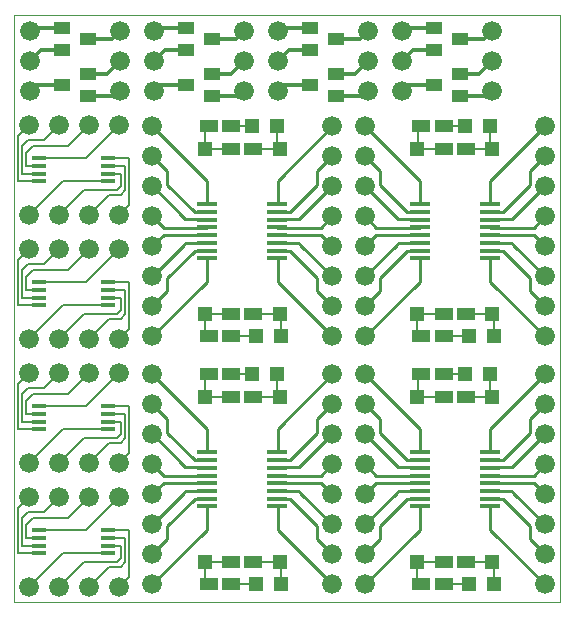
<source format=gbl>
G75*
G70*
%OFA0B0*%
%FSLAX24Y24*%
%IPPOS*%
%LPD*%
%AMOC8*
5,1,8,0,0,1.08239X$1,22.5*
%
%ADD10C,0.0000*%
%ADD11C,0.0660*%
%ADD12R,0.0551X0.0394*%
%ADD13R,0.0472X0.0138*%
%ADD14R,0.0701X0.0165*%
%ADD15R,0.0591X0.0394*%
%ADD16R,0.0472X0.0472*%
%ADD17C,0.0120*%
%ADD18C,0.0070*%
%ADD19C,0.0100*%
%ADD20C,0.0080*%
D10*
X000141Y000101D02*
X000141Y019687D01*
X018350Y019687D01*
X018350Y000101D01*
X000141Y000101D01*
D11*
X000641Y000601D03*
X001641Y000601D03*
X002641Y000601D03*
X003641Y000601D03*
X004763Y000699D03*
X004763Y001699D03*
X004763Y002699D03*
X004763Y003699D03*
X004763Y004699D03*
X004763Y005699D03*
X004763Y006699D03*
X004763Y007699D03*
X003641Y007735D03*
X002641Y007735D03*
X002641Y008869D03*
X003641Y008869D03*
X004763Y008967D03*
X004763Y009967D03*
X004763Y010967D03*
X004763Y011967D03*
X004763Y012967D03*
X004763Y013967D03*
X004763Y014967D03*
X004763Y015967D03*
X003641Y016002D03*
X002641Y016002D03*
X001641Y016002D03*
X000641Y016002D03*
X000677Y017136D03*
X000677Y018136D03*
X000677Y019136D03*
X003677Y019136D03*
X003677Y018136D03*
X003677Y017136D03*
X004810Y017136D03*
X004810Y018136D03*
X004810Y019136D03*
X007810Y019136D03*
X007810Y018136D03*
X007810Y017136D03*
X008944Y017136D03*
X008944Y018136D03*
X008944Y019136D03*
X011944Y019136D03*
X011944Y018136D03*
X011944Y017136D03*
X013078Y017136D03*
X013078Y018136D03*
X013078Y019136D03*
X011850Y015967D03*
X011850Y014967D03*
X011850Y013967D03*
X011850Y012967D03*
X011850Y011967D03*
X011850Y010967D03*
X011850Y009967D03*
X011850Y008967D03*
X010763Y008967D03*
X010763Y009967D03*
X010763Y010967D03*
X010763Y011967D03*
X010763Y012967D03*
X010763Y013967D03*
X010763Y014967D03*
X010763Y015967D03*
X016078Y017136D03*
X016078Y018136D03*
X016078Y019136D03*
X017850Y015967D03*
X017850Y014967D03*
X017850Y013967D03*
X017850Y012967D03*
X017850Y011967D03*
X017850Y010967D03*
X017850Y009967D03*
X017850Y008967D03*
X017850Y007699D03*
X017850Y006699D03*
X017850Y005699D03*
X017850Y004699D03*
X017850Y003699D03*
X017850Y002699D03*
X017850Y001699D03*
X017850Y000699D03*
X011850Y000699D03*
X011850Y001699D03*
X011850Y002699D03*
X011850Y003699D03*
X011850Y004699D03*
X011850Y005699D03*
X011850Y006699D03*
X011850Y007699D03*
X010763Y007699D03*
X010763Y006699D03*
X010763Y005699D03*
X010763Y004699D03*
X010763Y003699D03*
X010763Y002699D03*
X010763Y001699D03*
X010763Y000699D03*
X003641Y003601D03*
X002641Y003601D03*
X002641Y004735D03*
X003641Y004735D03*
X001641Y004735D03*
X000641Y004735D03*
X000641Y003601D03*
X001641Y003601D03*
X001641Y007735D03*
X000641Y007735D03*
X000641Y008869D03*
X001641Y008869D03*
X001641Y011869D03*
X000641Y011869D03*
X000641Y013002D03*
X001641Y013002D03*
X002641Y013002D03*
X003641Y013002D03*
X003641Y011869D03*
X002641Y011869D03*
D12*
X002610Y016962D03*
X002610Y017710D03*
X001743Y017336D03*
X001743Y018512D03*
X001743Y019260D03*
X002610Y018886D03*
X005877Y018512D03*
X005877Y019260D03*
X006743Y018886D03*
X006743Y017710D03*
X006743Y016962D03*
X005877Y017336D03*
X010011Y017336D03*
X010877Y016962D03*
X010877Y017710D03*
X010011Y018512D03*
X010011Y019260D03*
X010877Y018886D03*
X014145Y018512D03*
X014145Y019260D03*
X015011Y018886D03*
X015011Y017710D03*
X015011Y016962D03*
X014145Y017336D03*
D13*
X003293Y014906D03*
X003293Y014650D03*
X003293Y014394D03*
X003293Y014139D03*
X000990Y014139D03*
X000990Y014394D03*
X000990Y014650D03*
X000990Y014906D03*
X000990Y010772D03*
X000990Y010516D03*
X000990Y010261D03*
X000990Y010005D03*
X003293Y010005D03*
X003293Y010261D03*
X003293Y010516D03*
X003293Y010772D03*
X003293Y006639D03*
X003293Y006383D03*
X003293Y006127D03*
X003293Y005871D03*
X000990Y005871D03*
X000990Y006127D03*
X000990Y006383D03*
X000990Y006639D03*
X000990Y002505D03*
X000990Y002249D03*
X000990Y001993D03*
X000990Y001737D03*
X003293Y001737D03*
X003293Y001993D03*
X003293Y002249D03*
X003293Y002505D03*
D14*
X006594Y003304D03*
X006594Y003559D03*
X006594Y003815D03*
X006594Y004071D03*
X006594Y004327D03*
X006594Y004583D03*
X006594Y004839D03*
X006594Y005095D03*
X008932Y005095D03*
X008932Y004839D03*
X008932Y004583D03*
X008932Y004327D03*
X008932Y004071D03*
X008932Y003815D03*
X008932Y003559D03*
X008932Y003304D03*
X013680Y003304D03*
X013680Y003559D03*
X013680Y003815D03*
X013680Y004071D03*
X013680Y004327D03*
X013680Y004583D03*
X013680Y004839D03*
X013680Y005095D03*
X016019Y005095D03*
X016019Y004839D03*
X016019Y004583D03*
X016019Y004327D03*
X016019Y004071D03*
X016019Y003815D03*
X016019Y003559D03*
X016019Y003304D03*
X016019Y011571D03*
X016019Y011827D03*
X016019Y012083D03*
X016019Y012339D03*
X016019Y012595D03*
X016019Y012851D03*
X016019Y013107D03*
X016019Y013363D03*
X013680Y013363D03*
X013680Y013107D03*
X013680Y012851D03*
X013680Y012595D03*
X013680Y012339D03*
X013680Y012083D03*
X013680Y011827D03*
X013680Y011571D03*
X008932Y011571D03*
X008932Y011827D03*
X008932Y012083D03*
X008932Y012339D03*
X008932Y012595D03*
X008932Y012851D03*
X008932Y013107D03*
X008932Y013363D03*
X006594Y013363D03*
X006594Y013107D03*
X006594Y012851D03*
X006594Y012595D03*
X006594Y012339D03*
X006594Y012083D03*
X006594Y011827D03*
X006594Y011571D03*
D15*
X007393Y009717D03*
X008133Y009717D03*
X007383Y008967D03*
X006643Y008967D03*
X006643Y007699D03*
X007383Y007699D03*
X007393Y006949D03*
X008133Y006949D03*
X008133Y001449D03*
X007393Y001449D03*
X007383Y000699D03*
X006643Y000699D03*
X013730Y000699D03*
X014470Y000699D03*
X014480Y001449D03*
X015220Y001449D03*
X015220Y006949D03*
X014480Y006949D03*
X014470Y007699D03*
X013730Y007699D03*
X013730Y008967D03*
X014470Y008967D03*
X014480Y009717D03*
X015220Y009717D03*
X015220Y015217D03*
X014480Y015217D03*
X014470Y015967D03*
X013730Y015967D03*
X008133Y015217D03*
X007393Y015217D03*
X007383Y015967D03*
X006643Y015967D03*
D16*
X006513Y015217D03*
X008100Y015967D03*
X008927Y015967D03*
X009013Y015217D03*
X013600Y015217D03*
X015186Y015967D03*
X016013Y015967D03*
X016100Y015217D03*
X016100Y009717D03*
X016138Y008967D03*
X015311Y008967D03*
X015186Y007699D03*
X016013Y007699D03*
X016100Y006949D03*
X013600Y006949D03*
X013600Y009717D03*
X009052Y008967D03*
X009013Y009717D03*
X008225Y008967D03*
X008100Y007699D03*
X008927Y007699D03*
X009013Y006949D03*
X006513Y006949D03*
X006513Y009717D03*
X006513Y001449D03*
X008225Y000699D03*
X009013Y001449D03*
X009052Y000699D03*
X013600Y001449D03*
X015311Y000699D03*
X016138Y000699D03*
X016100Y001449D03*
D17*
X015908Y016966D02*
X015018Y016966D01*
X015011Y016962D01*
X015011Y017710D02*
X015018Y017716D01*
X015658Y017716D01*
X016078Y018136D01*
X015828Y018886D02*
X016078Y019136D01*
X015828Y018886D02*
X015018Y018886D01*
X015011Y018886D01*
X014145Y018512D02*
X014138Y018506D01*
X013448Y018506D01*
X013078Y018136D01*
X013278Y017336D02*
X013078Y017136D01*
X013278Y017336D02*
X014138Y017336D01*
X014145Y017336D01*
X013078Y019136D02*
X013198Y019256D01*
X014138Y019256D01*
X014145Y019260D01*
X016078Y017136D02*
X015908Y016966D01*
X011944Y017136D02*
X011774Y016966D01*
X010884Y016966D01*
X010877Y016962D01*
X010877Y017710D02*
X010884Y017716D01*
X011524Y017716D01*
X011944Y018136D01*
X011694Y018886D02*
X011944Y019136D01*
X011694Y018886D02*
X010884Y018886D01*
X010877Y018886D01*
X010011Y018512D02*
X010004Y018506D01*
X009314Y018506D01*
X008944Y018136D01*
X009144Y017336D02*
X008944Y017136D01*
X009144Y017336D02*
X010004Y017336D01*
X010011Y017336D01*
X008944Y019136D02*
X009064Y019256D01*
X010004Y019256D01*
X010011Y019260D01*
X007810Y019136D02*
X007560Y018886D01*
X006750Y018886D01*
X006743Y018886D01*
X005877Y018512D02*
X005870Y018506D01*
X005180Y018506D01*
X004810Y018136D01*
X005010Y017336D02*
X004810Y017136D01*
X005010Y017336D02*
X005870Y017336D01*
X005877Y017336D01*
X006743Y016962D02*
X006750Y016966D01*
X007640Y016966D01*
X007810Y017136D01*
X007390Y017716D02*
X007810Y018136D01*
X007390Y017716D02*
X006750Y017716D01*
X006743Y017710D01*
X005870Y019256D02*
X005877Y019260D01*
X005870Y019256D02*
X004930Y019256D01*
X004810Y019136D01*
X003677Y019136D02*
X003427Y018886D01*
X002617Y018886D01*
X002610Y018886D01*
X001743Y018512D02*
X001737Y018506D01*
X001047Y018506D01*
X000677Y018136D01*
X000877Y017336D02*
X000677Y017136D01*
X000877Y017336D02*
X001737Y017336D01*
X001743Y017336D01*
X002610Y016962D02*
X002617Y016966D01*
X003507Y016966D01*
X003677Y017136D01*
X003257Y017716D02*
X003677Y018136D01*
X003257Y017716D02*
X002617Y017716D01*
X002610Y017710D01*
X001737Y019256D02*
X001743Y019260D01*
X001737Y019256D02*
X000797Y019256D01*
X000677Y019136D01*
D18*
X000641Y016002D02*
X000291Y015652D01*
X000281Y015652D01*
X000281Y014139D01*
X000990Y014139D01*
X000990Y014394D02*
X000491Y014394D01*
X000491Y014392D01*
X000421Y014392D01*
X000421Y015302D01*
X000631Y015512D01*
X001151Y015512D01*
X001641Y016002D01*
X001941Y015302D02*
X002641Y016002D01*
X001941Y015302D02*
X000771Y015302D01*
X000561Y015092D01*
X000561Y014650D01*
X000990Y014650D01*
X000990Y014906D02*
X002545Y014906D01*
X003641Y016002D01*
X003293Y014906D02*
X003991Y014906D01*
X003991Y013342D01*
X003911Y013272D01*
X003641Y013002D01*
X003711Y013692D02*
X003331Y013692D01*
X002641Y013002D01*
X002471Y013832D02*
X001641Y013002D01*
X000641Y013002D02*
X001777Y014139D01*
X003293Y014139D01*
X003293Y014394D02*
X003709Y014394D01*
X003711Y014392D01*
X003711Y013972D01*
X003571Y013832D01*
X002471Y013832D01*
X003293Y014650D02*
X003851Y014650D01*
X003851Y013832D01*
X003711Y013692D01*
X003641Y011869D02*
X002545Y010772D01*
X000990Y010772D01*
X000990Y010516D02*
X000561Y010516D01*
X000561Y010959D01*
X000771Y011169D01*
X001941Y011169D01*
X002641Y011869D01*
X003293Y010772D02*
X003991Y010772D01*
X003991Y009209D01*
X003911Y009139D01*
X003641Y008869D01*
X003711Y009559D02*
X003331Y009559D01*
X002641Y008869D01*
X002471Y009699D02*
X001641Y008869D01*
X000641Y008869D02*
X001777Y010005D01*
X003293Y010005D01*
X003293Y010261D02*
X003709Y010261D01*
X003711Y010259D01*
X003711Y009839D01*
X003571Y009699D01*
X002471Y009699D01*
X003293Y010516D02*
X003851Y010516D01*
X003851Y009699D01*
X003711Y009559D01*
X003641Y007735D02*
X002545Y006639D01*
X000990Y006639D01*
X000990Y006383D02*
X000561Y006383D01*
X000561Y006825D01*
X000771Y007035D01*
X001941Y007035D01*
X002641Y007735D01*
X001641Y007735D02*
X001151Y007245D01*
X000631Y007245D01*
X000421Y007035D01*
X000421Y006125D01*
X000491Y006125D01*
X000491Y006127D01*
X000990Y006127D01*
X000990Y005871D02*
X000281Y005871D01*
X000281Y007385D01*
X000291Y007385D01*
X000641Y007735D01*
X001777Y005871D02*
X000641Y004735D01*
X001641Y004735D02*
X002471Y005565D01*
X003571Y005565D01*
X003711Y005705D01*
X003711Y006125D01*
X003709Y006127D01*
X003293Y006127D01*
X003293Y005871D02*
X001777Y005871D01*
X002641Y004735D02*
X003331Y005425D01*
X003711Y005425D01*
X003851Y005565D01*
X003851Y006383D01*
X003293Y006383D01*
X003293Y006639D02*
X003991Y006639D01*
X003991Y005075D01*
X003911Y005005D01*
X003641Y004735D01*
X003641Y003601D02*
X002545Y002505D01*
X000990Y002505D01*
X000990Y002249D02*
X000561Y002249D01*
X000561Y002691D01*
X000771Y002901D01*
X001941Y002901D01*
X002641Y003601D01*
X001641Y003601D02*
X001151Y003111D01*
X000631Y003111D01*
X000421Y002901D01*
X000421Y001991D01*
X000491Y001991D01*
X000491Y001993D01*
X000990Y001993D01*
X000990Y001737D02*
X000281Y001737D01*
X000281Y003251D01*
X000291Y003251D01*
X000641Y003601D01*
X001777Y001737D02*
X000641Y000601D01*
X001641Y000601D02*
X002471Y001431D01*
X003571Y001431D01*
X003711Y001571D01*
X003711Y001991D01*
X003709Y001993D01*
X003293Y001993D01*
X003293Y002249D02*
X003851Y002249D01*
X003851Y001431D01*
X003711Y001291D01*
X003331Y001291D01*
X002641Y000601D01*
X003641Y000601D02*
X003911Y000871D01*
X003991Y000941D01*
X003991Y002505D01*
X003293Y002505D01*
X003293Y001737D02*
X001777Y001737D01*
X000990Y010005D02*
X000281Y010005D01*
X000281Y011519D01*
X000291Y011519D01*
X000641Y011869D01*
X000631Y011379D02*
X001151Y011379D01*
X001641Y011869D01*
X000631Y011379D02*
X000421Y011169D01*
X000421Y010259D01*
X000491Y010259D01*
X000491Y010261D01*
X000990Y010261D01*
D19*
X004763Y009967D02*
X005263Y010467D01*
X005263Y010917D01*
X006173Y011827D01*
X006593Y011827D01*
X006594Y011827D01*
X006578Y012067D02*
X005863Y012067D01*
X005833Y012027D01*
X004773Y010967D01*
X004763Y010967D01*
X004763Y011967D02*
X005138Y012342D01*
X006588Y012342D01*
X006594Y012339D01*
X006588Y012592D02*
X006594Y012595D01*
X006588Y012592D02*
X005138Y012592D01*
X004763Y012967D01*
X004763Y013967D02*
X004773Y013967D01*
X005833Y012907D01*
X005863Y012867D01*
X006578Y012867D01*
X006594Y012851D01*
X006593Y013107D02*
X006594Y013107D01*
X006593Y013107D02*
X006173Y013107D01*
X005263Y014017D01*
X005263Y014467D01*
X004763Y014967D01*
X004763Y015967D02*
X006588Y014142D01*
X006588Y013367D01*
X006594Y013363D01*
X006594Y012083D02*
X006578Y012067D01*
X006594Y011571D02*
X006588Y011567D01*
X006588Y010792D01*
X004763Y008967D01*
X004763Y007699D02*
X006588Y005874D01*
X006588Y005099D01*
X006594Y005095D01*
X006593Y004839D02*
X006594Y004839D01*
X006593Y004839D02*
X006173Y004839D01*
X005263Y005749D01*
X005263Y006199D01*
X004763Y006699D01*
X004763Y005699D02*
X004773Y005699D01*
X005833Y004639D01*
X005863Y004599D01*
X006578Y004599D01*
X006594Y004583D01*
X006594Y004327D02*
X006588Y004324D01*
X005138Y004324D01*
X004763Y004699D01*
X005138Y004074D02*
X004763Y003699D01*
X005138Y004074D02*
X006588Y004074D01*
X006594Y004071D01*
X006594Y003815D02*
X006578Y003799D01*
X005863Y003799D01*
X005833Y003759D01*
X004773Y002699D01*
X004763Y002699D01*
X005263Y002649D02*
X005263Y002199D01*
X004763Y001699D01*
X004763Y000699D02*
X006588Y002524D01*
X006588Y003299D01*
X006594Y003304D01*
X006593Y003559D02*
X006594Y003559D01*
X006593Y003559D02*
X006173Y003559D01*
X005263Y002649D01*
X008938Y002524D02*
X010763Y000699D01*
X010763Y001699D02*
X010263Y002199D01*
X010263Y002649D01*
X009353Y003559D01*
X008933Y003559D01*
X008932Y003559D01*
X008932Y003304D02*
X008938Y003299D01*
X008938Y002524D01*
X009693Y003759D02*
X009663Y003799D01*
X008949Y003799D01*
X008932Y003815D01*
X008932Y004071D02*
X008938Y004074D01*
X010388Y004074D01*
X010763Y003699D01*
X010388Y004324D02*
X010763Y004699D01*
X010388Y004324D02*
X008938Y004324D01*
X008932Y004327D01*
X008932Y004583D02*
X008949Y004599D01*
X009663Y004599D01*
X009693Y004639D01*
X010753Y005699D01*
X010763Y005699D01*
X010263Y005749D02*
X010263Y006199D01*
X010763Y006699D01*
X010263Y005749D02*
X009353Y004839D01*
X008933Y004839D01*
X008932Y004839D01*
X008932Y005095D02*
X008938Y005099D01*
X008938Y005874D01*
X010763Y007699D01*
X011850Y007699D02*
X013675Y005874D01*
X013675Y005099D01*
X013680Y005095D01*
X013680Y004839D02*
X013680Y004839D01*
X013260Y004839D01*
X012350Y005749D01*
X012350Y006199D01*
X011850Y006699D01*
X011850Y005699D02*
X011860Y005699D01*
X012920Y004639D01*
X012950Y004599D01*
X013664Y004599D01*
X013680Y004583D01*
X013680Y004327D02*
X013675Y004324D01*
X012225Y004324D01*
X011850Y004699D01*
X012225Y004074D02*
X011850Y003699D01*
X012225Y004074D02*
X013675Y004074D01*
X013680Y004071D01*
X013680Y003815D02*
X013664Y003799D01*
X012950Y003799D01*
X012920Y003759D01*
X011860Y002699D01*
X011850Y002699D01*
X012350Y002649D02*
X012350Y002199D01*
X011850Y001699D01*
X011850Y000699D02*
X013675Y002524D01*
X013675Y003299D01*
X013680Y003304D01*
X013680Y003559D02*
X013680Y003559D01*
X013260Y003559D01*
X012350Y002649D01*
X010763Y002699D02*
X010753Y002699D01*
X009693Y003759D01*
X010763Y008967D02*
X008938Y010792D01*
X008938Y011567D01*
X008932Y011571D01*
X008932Y011827D02*
X008933Y011827D01*
X009353Y011827D01*
X010263Y010917D01*
X010263Y010467D01*
X010763Y009967D01*
X010753Y010967D02*
X010763Y010967D01*
X010753Y010967D02*
X009693Y012027D01*
X009663Y012067D01*
X008949Y012067D01*
X008932Y012083D01*
X008932Y012339D02*
X008938Y012342D01*
X010388Y012342D01*
X010763Y011967D01*
X010388Y012592D02*
X010763Y012967D01*
X010388Y012592D02*
X008938Y012592D01*
X008932Y012595D01*
X008932Y012851D02*
X008949Y012867D01*
X009663Y012867D01*
X009693Y012907D01*
X010753Y013967D01*
X010763Y013967D01*
X010263Y014017D02*
X010263Y014467D01*
X010763Y014967D01*
X010763Y015967D02*
X008938Y014142D01*
X008938Y013367D01*
X008932Y013363D01*
X008932Y013107D02*
X008933Y013107D01*
X009353Y013107D01*
X010263Y014017D01*
X011850Y013967D02*
X011860Y013967D01*
X012920Y012907D01*
X012950Y012867D01*
X013664Y012867D01*
X013680Y012851D01*
X013680Y012595D02*
X013675Y012592D01*
X012225Y012592D01*
X011850Y012967D01*
X012225Y012342D02*
X011850Y011967D01*
X012225Y012342D02*
X013675Y012342D01*
X013680Y012339D01*
X013680Y012083D02*
X013664Y012067D01*
X012950Y012067D01*
X012920Y012027D01*
X011860Y010967D01*
X011850Y010967D01*
X012350Y010917D02*
X012350Y010467D01*
X011850Y009967D01*
X011850Y008967D02*
X013675Y010792D01*
X013675Y011567D01*
X013680Y011571D01*
X013680Y011827D02*
X013680Y011827D01*
X013260Y011827D01*
X012350Y010917D01*
X013260Y013107D02*
X012350Y014017D01*
X012350Y014467D01*
X011850Y014967D01*
X011850Y015967D02*
X013675Y014142D01*
X013675Y013367D01*
X013680Y013363D01*
X013680Y013107D02*
X013680Y013107D01*
X013260Y013107D01*
X016019Y013107D02*
X016020Y013107D01*
X016440Y013107D01*
X017350Y014017D01*
X017350Y014467D01*
X017850Y014967D01*
X017850Y015967D02*
X016025Y014142D01*
X016025Y013367D01*
X016019Y013363D01*
X016035Y012867D02*
X016750Y012867D01*
X016780Y012907D01*
X017840Y013967D01*
X017850Y013967D01*
X017850Y012967D02*
X017475Y012592D01*
X016025Y012592D01*
X016019Y012595D01*
X016025Y012342D02*
X016019Y012339D01*
X016025Y012342D02*
X017475Y012342D01*
X017850Y011967D01*
X017840Y010967D02*
X017850Y010967D01*
X017840Y010967D02*
X016780Y012027D01*
X016750Y012067D01*
X016035Y012067D01*
X016019Y012083D01*
X016019Y011827D02*
X016020Y011827D01*
X016440Y011827D01*
X017350Y010917D01*
X017350Y010467D01*
X017850Y009967D01*
X017850Y008967D02*
X016025Y010792D01*
X016025Y011567D01*
X016019Y011571D01*
X016019Y012851D02*
X016035Y012867D01*
X017850Y007699D02*
X016025Y005874D01*
X016025Y005099D01*
X016019Y005095D01*
X016019Y004839D02*
X016020Y004839D01*
X016440Y004839D01*
X017350Y005749D01*
X017350Y006199D01*
X017850Y006699D01*
X017840Y005699D02*
X017850Y005699D01*
X017840Y005699D02*
X016780Y004639D01*
X016750Y004599D01*
X016035Y004599D01*
X016019Y004583D01*
X016019Y004327D02*
X016025Y004324D01*
X017475Y004324D01*
X017850Y004699D01*
X017475Y004074D02*
X017850Y003699D01*
X017475Y004074D02*
X016025Y004074D01*
X016019Y004071D01*
X016019Y003815D02*
X016035Y003799D01*
X016750Y003799D01*
X016780Y003759D01*
X017840Y002699D01*
X017850Y002699D01*
X017350Y002649D02*
X017350Y002199D01*
X017850Y001699D01*
X017850Y000699D02*
X016025Y002524D01*
X016025Y003299D01*
X016019Y003304D01*
X016019Y003559D02*
X016020Y003559D01*
X016440Y003559D01*
X017350Y002649D01*
D20*
X016138Y001449D02*
X016100Y001449D01*
X015220Y001449D01*
X014480Y001449D02*
X013600Y001449D01*
X013600Y000699D01*
X013730Y000699D01*
X014470Y000699D02*
X015311Y000699D01*
X016138Y000699D02*
X016138Y001449D01*
X016100Y006949D02*
X015220Y006949D01*
X015186Y007699D02*
X014470Y007699D01*
X014480Y006949D02*
X013600Y006949D01*
X013605Y006949D01*
X013605Y007699D01*
X013730Y007699D01*
X013730Y008967D02*
X013600Y008967D01*
X013600Y009717D01*
X014480Y009717D01*
X015220Y009717D02*
X016100Y009717D01*
X016138Y009717D01*
X016138Y008967D01*
X015311Y008967D02*
X014470Y008967D01*
X016013Y007699D02*
X016013Y006949D01*
X016100Y006949D01*
X009052Y008967D02*
X009052Y009717D01*
X009013Y009717D01*
X008133Y009717D01*
X007393Y009717D02*
X006513Y009717D01*
X006513Y008967D01*
X006643Y008967D01*
X007383Y008967D02*
X008225Y008967D01*
X008100Y007699D02*
X007383Y007699D01*
X007393Y006949D02*
X006513Y006949D01*
X006518Y006949D01*
X006518Y007699D01*
X006643Y007699D01*
X008133Y006949D02*
X009013Y006949D01*
X008927Y006949D01*
X008927Y007699D01*
X009013Y001449D02*
X008133Y001449D01*
X007393Y001449D02*
X006513Y001449D01*
X006513Y000699D01*
X006643Y000699D01*
X007383Y000699D02*
X008225Y000699D01*
X009013Y001449D02*
X009052Y001449D01*
X009052Y000699D01*
X009013Y015217D02*
X008133Y015217D01*
X007393Y015217D02*
X006513Y015217D01*
X006518Y015217D01*
X006518Y015967D01*
X006643Y015967D01*
X007383Y015967D02*
X008100Y015967D01*
X008927Y015967D02*
X008927Y015217D01*
X009013Y015217D01*
X013600Y015217D02*
X014480Y015217D01*
X015220Y015217D02*
X016100Y015217D01*
X016013Y015217D01*
X016013Y015967D01*
X015186Y015967D02*
X014470Y015967D01*
X013730Y015967D02*
X013605Y015967D01*
X013605Y015217D01*
X013600Y015217D01*
M02*

</source>
